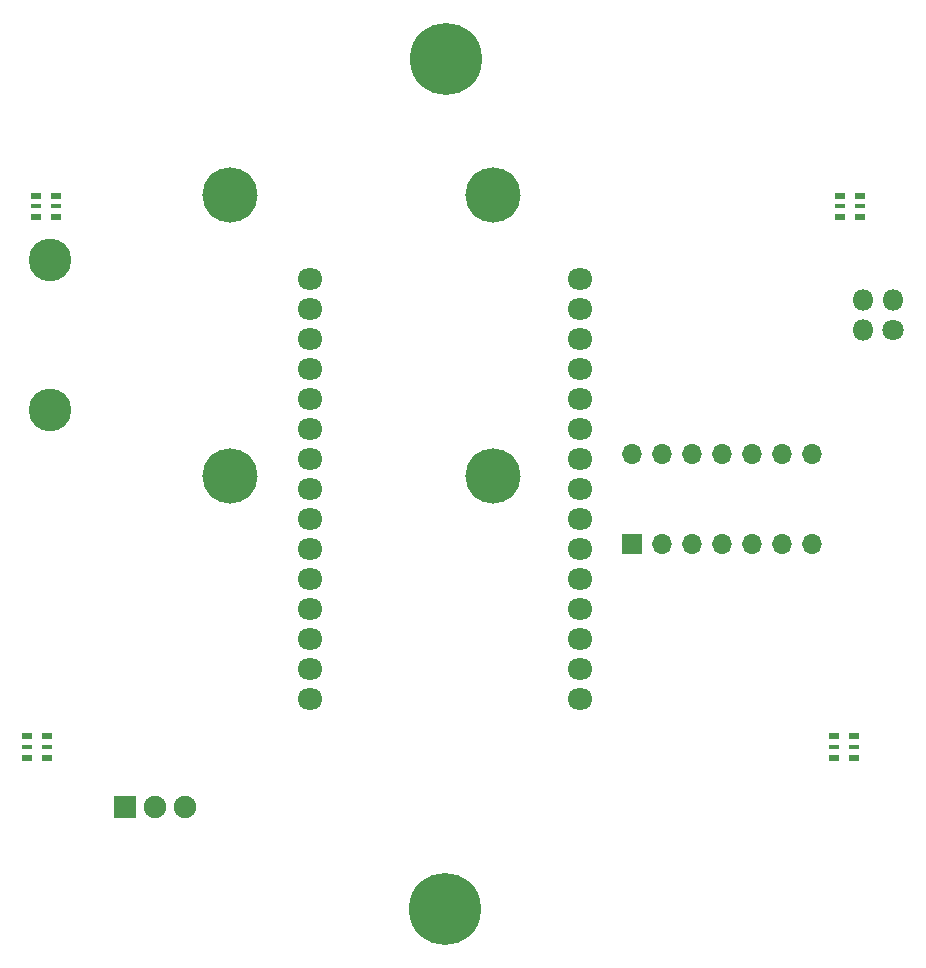
<source format=gts>
G04 #@! TF.FileFunction,Soldermask,Top*
%FSLAX46Y46*%
G04 Gerber Fmt 4.6, Leading zero omitted, Abs format (unit mm)*
G04 Created by KiCad (PCBNEW 4.0.7) date 07/15/18 15:36:16*
%MOMM*%
%LPD*%
G01*
G04 APERTURE LIST*
%ADD10C,0.100000*%
%ADD11C,3.601600*%
%ADD12C,4.673600*%
%ADD13R,1.901600X1.901600*%
%ADD14O,1.901600X1.901600*%
%ADD15O,2.133600X1.828800*%
%ADD16C,1.801600*%
%ADD17O,1.801600X1.801600*%
%ADD18R,0.901600X0.601600*%
%ADD19R,0.901600X0.401600*%
%ADD20R,1.701600X1.701600*%
%ADD21O,1.701600X1.701600*%
%ADD22C,6.101600*%
G04 APERTURE END LIST*
D10*
D11*
X156600000Y-68800000D03*
X156600000Y-56100000D03*
D12*
X171840000Y-50537400D03*
X171840000Y-74362600D03*
X194065000Y-74362600D03*
X194065000Y-50537400D03*
D13*
X162900000Y-102400000D03*
D14*
X165440000Y-102400000D03*
X167980000Y-102400000D03*
D15*
X178600000Y-57700000D03*
X178600000Y-60240000D03*
X178600000Y-62780000D03*
X178600000Y-65320000D03*
X178600000Y-67860000D03*
X178600000Y-70400000D03*
X178600000Y-72940000D03*
X178600000Y-75480000D03*
X178600000Y-78020000D03*
X178600000Y-80560000D03*
X178600000Y-83100000D03*
X178600000Y-85640000D03*
X178600000Y-88180000D03*
X178600000Y-90720000D03*
X178600000Y-93260000D03*
X201460000Y-57700000D03*
X201460000Y-88180000D03*
X201460000Y-90720000D03*
X201460000Y-85640000D03*
X201460000Y-70400000D03*
X201460000Y-67860000D03*
X201460000Y-72940000D03*
X201460000Y-93260000D03*
X201460000Y-78020000D03*
X201460000Y-75480000D03*
X201460000Y-80560000D03*
X201460000Y-83100000D03*
X201460000Y-62780000D03*
X201460000Y-65320000D03*
X201460000Y-60240000D03*
D16*
X227970000Y-61970000D03*
D17*
X225430000Y-61970000D03*
X227970000Y-59430000D03*
X225430000Y-59430000D03*
D18*
X222950000Y-96400000D03*
D19*
X222950000Y-97300000D03*
D18*
X222950000Y-98200000D03*
X224650000Y-98200000D03*
D19*
X224650000Y-97300000D03*
D18*
X224650000Y-96400000D03*
X154650000Y-96400000D03*
D19*
X154650000Y-97300000D03*
D18*
X154650000Y-98200000D03*
X156350000Y-98200000D03*
D19*
X156350000Y-97300000D03*
D18*
X156350000Y-96400000D03*
X155350000Y-50600000D03*
D19*
X155350000Y-51500000D03*
D18*
X155350000Y-52400000D03*
X157050000Y-52400000D03*
D19*
X157050000Y-51500000D03*
D18*
X157050000Y-50600000D03*
X223450000Y-50600000D03*
D19*
X223450000Y-51500000D03*
D18*
X223450000Y-52400000D03*
X225150000Y-52400000D03*
D19*
X225150000Y-51500000D03*
D18*
X225150000Y-50600000D03*
D20*
X205800000Y-80100000D03*
D21*
X221040000Y-72480000D03*
X208340000Y-80100000D03*
X218500000Y-72480000D03*
X210880000Y-80100000D03*
X215960000Y-72480000D03*
X213420000Y-80100000D03*
X213420000Y-72480000D03*
X215960000Y-80100000D03*
X210880000Y-72480000D03*
X218500000Y-80100000D03*
X208340000Y-72480000D03*
X221040000Y-80100000D03*
X205800000Y-72480000D03*
D22*
X190100000Y-39000000D03*
X190000000Y-111000000D03*
M02*

</source>
